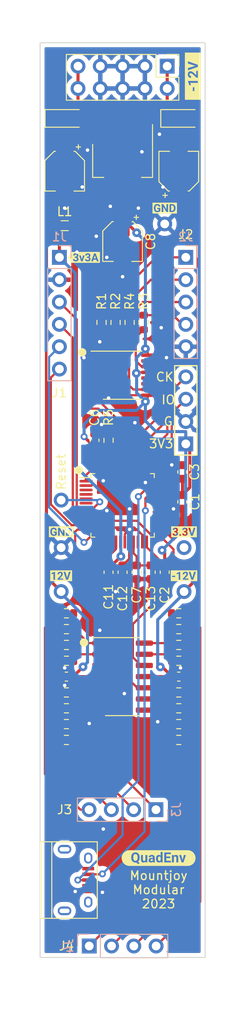
<source format=kicad_pcb>
(kicad_pcb (version 20211014) (generator pcbnew)
  (layers (0 "F.Cu" signal) (31 "B.Cu" signal) (34 "B.Paste" user) (35 "F.Paste" user) (36 "B.SilkS" user "B.Silkscreen") (37 "F.SilkS" user "F.Silkscreen") (38 "B.Mask" user) (39 "F.Mask" user) (44 "Edge.Cuts" user))
  (net 0 "")
  (net 1 "+3.3V")
  (net 2 "GND")
  (net 3 "+12V")
  (net 4 "-12V")
  (net 5 "/Gate1_In")
  (net 6 "/Gate2_In")
  (net 7 "/Gate3_In")
  (net 8 "/Gate4_In")
  (net 9 "/Led1_Out")
  (net 10 "/Led2_Out")
  (net 11 "/Led3_Out")
  (net 12 "/Led4_Out")
  (net 13 "/+12V_IN")
  (net 14 "/-12V_IN")
  (net 15 "Net-(R13-Pad2)")
  (net 16 "Net-(R10-Pad1)")
  (net 17 "Net-(R11-Pad1)")
  (net 18 "/Env1_Out")
  (net 19 "/Env2_Out")
  (net 20 "/Env3_Out")
  (net 21 "/Env4_Out")
  (net 22 "Net-(R12-Pad1)")
  (net 23 "Net-(R13-Pad1)")
  (net 24 "Net-(R14-Pad1)")
  (net 25 "Net-(R15-Pad1)")
  (net 26 "Net-(R16-Pad1)")
  (net 32 "/Env4_DAC")
  (net 33 "/Env1_DAC")
  (net 34 "/Env2_DAC")
  (net 35 "/Attack_Pot")
  (net 36 "/Decay_Pot")
  (net 39 "/Sustain_Pot")
  (net 40 "/Env3_DAC")
  (net 42 "/Release_Pot")
  (net 53 "/SWCLK")
  (net 54 "/SWIO")
  (net 55 "/USB_DM")
  (net 56 "/USB_DP")
  (net 58 "Net-(R1-Pad2)")
  (net 59 "Net-(R2-Pad2)")
  (net 60 "Net-(R3-Pad1)")
  (net 61 "Net-(R4-Pad1)")
  (net 62 "/Gate1")
  (net 63 "/Gate2")
  (net 64 "/Gate3")
  (net 65 "/Gate4")
  (net 66 "/BOOT0")
  (net 67 "+3.3VA")
  (net 73 "+3V3")
  (net 74 "/RESET")
  (footprint "Resistor_SMD:R_0603_1608Metric" (layer "F.Cu") (at 65.8 127.47)
    (fp_text reference "R22" hide)
    (fp_text value "1k")
  )
  (footprint "Custom_Footprints:1mm_Test_Point" (layer "F.Cu") (at 52.4 102)
    (fp_text reference "TP6" hide)
    (fp_text value "TestPoint")
  )
  (footprint "Capacitor_SMD:CP_Elec_4x5.8" (layer "F.Cu") (at 52.8 64.6 -90)
    (fp_text reference "C4" hide)
    (fp_text value "22uF")
  )
  (footprint "Capacitor_SMD:CP_Elec_4x5.8" (layer "F.Cu") (at 65.8 64.6 90)
    (fp_text reference "C5" hide)
    (fp_text value "22uF")
  )
  (footprint "Resistor_SMD:R_0603_1608Metric" (layer "F.Cu") (at 61.8 81.8 90)
    (fp_text reference "R3")
    (fp_text value "10k")
  )
  (footprint "Capacitor_SMD:C_0603_1608Metric" (layer "F.Cu") (at 57.8 110.2 90)
    (fp_text reference "C11")
    (fp_text value "1uF")
  )
  (footprint "Resistor_SMD:R_0603_1608Metric" (layer "F.Cu") (at 65.8 118.47)
    (fp_text reference "R16" hide)
    (fp_text value "4k7")
  )
  (footprint "Capacitor_SMD:C_0603_1608Metric" (layer "F.Cu") (at 61 110.2 -90)
    (fp_text reference "C7")
    (fp_text value "10nF")
  )
  (footprint "Package_SO:SOIC-14_3.9x8.7mm_P1.27mm" (layer "F.Cu") (at 59.4 122.07)
    (fp_text reference "U4" hide)
    (fp_text value "TL074")
  )
  (footprint "Resistor_SMD:R_0603_1608Metric" (layer "F.Cu") (at 60.2 81.8 90)
    (fp_text reference "R4")
    (fp_text value "10k")
  )
  (footprint "Resistor_SMD:R_0603_1608Metric" (layer "F.Cu") (at 53 120.27 180)
    (fp_text reference "R9" hide)
    (fp_text value "3k3")
  )
  (footprint "kibuzzard-6409FE57" (layer "F.Cu") (at 52.4 105.6)
    (fp_text reference "kibuzzard-6409FE57" hide)
    (fp_text value "G***" hide)
  )
  (footprint "Custom_Footprints:1mm_Test_Point" (layer "F.Cu") (at 52.4 107.4)
    (fp_text reference "TP5" hide)
    (fp_text value "TestPoint")
  )
  (footprint "Inductor_SMD:L_0805_2012Metric_Pad1.05x1.20mm_HandSolder" (layer "F.Cu") (at 52.8 70.8 180)
    (fp_text reference "L1")
    (fp_text value "L_Small")
  )
  (footprint "Capacitor_SMD:CP_Elec_4x5.8" (layer "F.Cu") (at 59.4 72.6 -90)
    (fp_text reference "C8")
    (fp_text value "22uF")
  )
  (footprint "Resistor_SMD:R_0603_1608Metric" (layer "F.Cu") (at 53 116.67 180)
    (fp_text reference "R17" hide)
    (fp_text value "1k")
  )
  (footprint "Resistor_SMD:R_0603_1608Metric" (layer "F.Cu") (at 57.8 95.2 -90)
    (fp_text reference "R5")
    (fp_text value "100k")
  )
  (footprint "Capacitor_SMD:C_0603_1608Metric" (layer "F.Cu") (at 66.2 98.8 90)
    (fp_text reference "C3")
    (fp_text value "100nF")
  )
  (footprint "Resistor_SMD:R_0603_1608Metric" (layer "F.Cu") (at 65.8 114.87)
    (fp_text reference "R24" hide)
    (fp_text value "1k")
  )
  (footprint "Resistor_SMD:R_0603_1608Metric" (layer "F.Cu") (at 65.8 123.87)
    (fp_text reference "R11" hide)
    (fp_text value "3k3")
  )
  (footprint "Capacitor_SMD:C_0603_1608Metric" (layer "F.Cu") (at 59.4 110.2 90)
    (fp_text reference "C12")
    (fp_text value "100nF")
  )
  (footprint "Diode_SMD:D_SOD-123" (layer "F.Cu") (at 52.8 58.6)
    (fp_text reference "D1" hide)
    (fp_text value "1N5819")
  )
  (footprint "Resistor_SMD:R_0603_1608Metric" (layer "F.Cu") (at 65.8 120.27)
    (fp_text reference "R12" hide)
    (fp_text value "3k3")
  )
  (footprint "Diode_SMD:D_SOD-123" (layer "F.Cu") (at 66 58.6)
    (fp_text reference "D2" hide)
    (fp_text value "1N5819")
  )
  (footprint "kibuzzard-6409FE57" (layer "F.Cu") (at 64.2 68.8)
    (fp_text reference "kibuzzard-6409FE57" hide)
    (fp_text value "G***" hide)
  )
  (footprint "kibuzzard-6409FE16" (layer "F.Cu") (at 66.4 110.6)
    (fp_text reference "kibuzzard-6409FE16" hide)
    (fp_text value "G***" hide)
  )
  (footprint "Custom_Footprints:1mm_Test_Point" (layer "F.Cu") (at 52.4 112.4)
    (fp_text reference "TP3" hide)
    (fp_text value "TestPoint")
  )
  (footprint "Resistor_SMD:R_0603_1608Metric" (layer "F.Cu") (at 53 123.87 180)
    (fp_text reference "R10" hide)
    (fp_text value "3k3")
  )
  (footprint "Package_TO_SOT_SMD:SOT-223-3_TabPin2" (layer "F.Cu") (at 59.4 63.4 -90)
    (fp_text reference "U2" hide)
    (fp_text value "LD1117-3.3-4Tab")
  )
  (footprint "Custom_Footprints:1mm_Test_Point" (layer "F.Cu") (at 66.4 107.4)
    (fp_text reference "TP2" hide)
    (fp_text value "TestPoint")
  )
  (footprint "Resistor_SMD:R_0603_1608Metric" (layer "F.Cu") (at 53 114.87 180)
    (fp_text reference "R18" hide)
    (fp_text value "1k")
  )
  (footprint "Connector_PinHeader_2.54mm:PinHeader_2x05_P2.54mm_Vertical" (layer "F.Cu") (at 64.48 52.66 -90)
    (fp_text reference "J6" hide)
    (fp_text value "Eurorack_10_pin_power")
  )
  (footprint "Capacitor_SMD:C_0603_1608Metric" (layer "F.Cu") (at 66.2 102.2 -90)
    (fp_text reference "C1")
    (fp_text value "4.7uF")
  )
  (footprint "Resistor_SMD:R_0603_1608Metric" (layer "F.Cu") (at 57 81.8 -90)
    (fp_text reference "R1")
    (fp_text value "10k")
  )
  (footprint "Custom_Footprints:USB_Micro-B_Amphenol" (layer "F.Cu") (at 54.135 145.2 -90)
    (fp_text reference "J7" hide)
    (fp_text value "USB_B_Micro")
  )
  (footprint "Capacitor_SMD:C_0603_1608Metric" (layer "F.Cu") (at 53 122.07)
    (fp_text reference "C9" hide)
    (fp_text value "1uF")
  )
  (footprint "kibuzzard-6409FE46" (layer "F.Cu") (at 52.4 110.6)
    (fp_text reference "kibuzzard-6409FE46" hide)
    (fp_text value "G***" hide)
  )
  (footprint "kibuzzard-640A0C12" (layer "F.Cu") (at 63.5 142.7)
    (fp_text reference "kibuzzard-640A0C12" hide)
    (fp_text value "G***" hide)
  )
  (footprint "kibuzzard-6409F893" (layer "F.Cu") (at 67.4 53.8 90)
    (fp_text reference "kibuzzard-6409F893" hide)
    (fp_text value "G***" hide)
  )
  (footprint "Capacitor_SMD:C_0603_1608Metric" (layer "F.Cu") (at 56.2 95.2 90)
    (fp_text reference "C6")
    (fp_text value "100nF")
  )
  (footprint "Package_SO:TSSOP-16_4.4x5mm_P0.65mm" (layer "F.Cu") (at 59.4 87.8)
    (fp_text reference "U3" hide)
    (fp_text value "CD40109B")
  )
  (footprint "kibuzzard-6409FE2B" (layer "F.Cu") (at 66.4 105.6)
    (fp_text reference "kibuzzard-6409FE2B" hide)
    (fp_text value "G***" hide)
  )
  (footprint "Resistor_SMD:R_0603_1608Metric" (layer "F.Cu") (at 53 118.47)
    (fp_text reference "R13" hide)
    (fp_text value "4k7")
  )
  (footprint "Capacitor_SMD:C_0603_1608Metric" (layer "F.Cu") (at 64.2 110.2 -90)
    (fp_text reference "C2")
    (fp_text value "100nF")
  )
  (footprint "kibuzzard-6409FEF9" (layer "F.Cu") (at 55 74.4)
    (fp_text reference "kibuzzard-6409FEF9" hide)
    (fp_text value "G***" hide)
  )
  (footprint "Resistor_SMD:R_0603_1608Metric" (layer "F.Cu") (at 53 125.67 180)
    (fp_text reference "R14" hide)
    (fp_text value "4k7")
  )
  (footprint "Resistor_SMD:R_0603_1608Metric" (layer "F.Cu") (at 53 129.27 180)
    (fp_text reference "R19" hide)
    (fp_text value "1k")
  )
  (footprint "Custom_Footprints:SWD_header" (layer "F.Cu") (at 66.6 95.61 90)
    (fp_text reference "J5" hide)
    (fp_text value "SWD_Header")
  )
  (footprint "Package_QFP:LQFP-48_7x7mm_P0.5mm" (layer "F.Cu") (at 59.4 102.6)
    (fp_text reference "U1" hide)
    (fp_text value "STM32G431C6T6")
  )
  (footprint "Resistor_SMD:R_0603_1608Metric" (layer "F.Cu") (at 58.6 81.8 -90)
    (fp_text reference "R2")
    (fp_text value "10k")
  )
  (footprint "Resistor_SMD:R_0603_1608Metric" (layer "F.Cu") (at 65.8 116.67)
    (fp_text reference "R23" hide)
    (fp_text value "1k")
  )
  (footprint "Resistor_SMD:R_0603_1608Metric" (layer "F.Cu") (at 53 127.47 180)
    (fp_text reference "R20" hide)
    (fp_text value "1k")
  )
  (footprint "Resistor_SMD:R_0603_1608Metric" (layer "F.Cu") (at 65.8 129.27)
    (fp_text reference "R21" hide)
    (fp_text value "1k")
  )
  (footprint "Custom_Footprints:1mm_Test_Point" (layer "F.Cu") (at 64.2 70.6)
    (fp_text reference "TP1" hide)
    (fp_text value "TestPoint")
  )
  (footprint "Capacitor_SMD:C_0603_1608Metric" (layer "F.Cu") (at 65.8 122.07 180)
    (fp_text reference "C10" hide)
    (fp_text value "1uF")
  )
  (footprint "Custom_Footprints:1mm_Test_Point" (layer "F.Cu") (at 66.4 112.4)
    (fp_text reference "TP4" hide)
    (fp_text value "TestPoint")
  )
  (footprint "Capacitor_SMD:C_0603_1608Metric" (layer "F.Cu") (at 62.6 110.2 90)
    (fp_text reference "C13")
    (fp_text value "1uF")
  )
  (footprint "Resistor_SMD:R_0603_1608Metric" (layer "F.Cu") (at 65.8 125.67)
    (fp_text reference "R15" hide)
    (fp_text value "4k7")
  )
  (footprint "Connector_PinHeader_2.54mm:PinHeader_1x06_P2.54mm_Vertical" (layer "B.Cu") (at 52.2 74.4 180)
    (fp_text reference "J1")
    (fp_text value "Conn_01x04_Male")
  )
  (footprint "Connector_PinHeader_2.54mm:PinHeader_1x04_P2.54mm_Vertical" (layer "B.Cu") (at 55.6 152.7 -90)
    (fp_text reference "J4")
    (fp_text value "Conn_01x04_Male")
  )
  (footprint "Connector_PinHeader_2.54mm:PinHeader_1x05_P2.54mm_Vertical" (layer "B.Cu") (at 66.6 74.4 180)
    (fp_text reference "J2")
    (fp_text value "Conn_01x05_Male")
  )
  (footprint "Connector_PinHeader_2.54mm:PinHeader_1x04_P2.54mm_Vertical" (layer "B.Cu") (at 63.2 137.2 90)
    (fp_text reference "J3")
    (fp_text value "Conn_01x04_Male")
  )
  (gr_circle (center 54.8 85.2) (end 55.2 85.2) (layer "F.SilkS") (width 0.15) (fill solid))
  (gr_circle (center 55 118.2) (end 55.4 118.2) (layer "F.SilkS") (width 0.15) (fill solid))
  (gr_circle (center 54.4 98.6) (end 54.8 98.6) (layer "F.SilkS") (width 0.15) (fill solid))
  (gr_rect (start 50 50) (end 68.8 154) (layer "Edge.Cuts") (width 0.1) (fill none))
  (gr_text "J4" (at 53 152.7) (layer "F.SilkS") (effects (font (size 1 1))))
  (gr_text "Mountjoy\nModular\n2023" (at 63.5 146.3) (layer "F.SilkS") (effects (font (size 1 1))))
  (gr_text "J1" (at 52.2 89.8) (layer "F.SilkS") (effects (font (size 1 1))))
  (gr_text "J3" (at 52.8 137.2) (layer "F.SilkS") (effects (font (size 1 1))))
  (gr_text "J2" (at 66.6 71.8) (layer "F.SilkS") (effects (font (size 1 1))))
  (segment (start 59.225 89.425) (end 56.5375 89.425) (width 0.25) (layer "F.Cu") (net 1))
  (segment (start 59.4 70.8) (end 60.2 70.8) (width 0.35) (layer "F.Cu") (net 1))
  (segment (start 64.2 109.4) (end 64.2 109.425) (width 0.25) (layer "F.Cu") (net 1))
  (segment (start 56.5375 85.525) (end 56.5375 86.175) (width 0.35) (layer "F.Cu") (net 1))
  (segment (start 67.05 100.575) (end 66.2 101.425) (width 0.35) (layer "F.Cu") (net 1))
  (segment (start 62.2625 90.5375) (end 62 90.8) (width 0.25) (layer "F.Cu") (net 1))
  (segment (start 53.95 70.8) (end 59.4 70.8) (width 0.35) (layer "F.Cu") (net 1))
  (segment (start 59.4 66.55) (end 59.4 70.8) (width 0.35) (layer "F.Cu") (net 1))
  (segment (start 62.2625 90.075) (end 62.2625 90.5375) (width 0.25) (layer "F.Cu") (net 1))
  (segment (start 64.2 109.425) (end 64.2 108) (width 0.35) (layer "F.Cu") (net 1))
  (segment (start 55.2 99.8125) (end 55.2 99.2) (width 0.25) (layer "F.Cu") (net 1))
  (segment (start 55.2375 99.85) (end 55.2 99.8125) (width 0.25) (layer "F.Cu") (net 1))
  (segment (start 55 75.2) (end 55 83.9875) (width 0.35) (layer "F.Cu") (net 1))
  (segment (start 55.2 99.2) (end 55.9625 98.4375) (width 0.25) (layer "F.Cu") (net 1))
  (segment (start 59.875 90.075) (end 59.225 89.425) (width 0.25) (layer "F.Cu") (net 1))
  (segment (start 62.2625 85.525) (end 62.2625 85.0625) (width 0.25) (layer "F.Cu") (net 1))
  (segment (start 62.2625 87.475) (end 61.064305 87.475) (width 0.25) (layer "F.Cu") (net 1))
  (segment (start 55.0125 94.7875) (end 56.2 95.975) (width 0.35) (layer "F.Cu") (net 1))
  (segment (start 64.2 108) (end 63.9 107.7) (width 0.35) (layer "F.Cu") (net 1))
  (segment (start 62.2625 85.0625) (end 62 84.8) (width 0.25) (layer "F.Cu") (net 1))
  (segment (start 56.65 98.4375) (end 56.65 96.425) (width 0.25) (layer "F.Cu") (net 1))
  (segment (start 66.175 99.85) (end 66.225 99.8) (width 0.25) (layer "F.Cu") (net 1))
  (segment (start 59.4 70.8) (end 55 75.2) (width 0.35) (layer "F.Cu") (net 1))
  (segment (start 59.4 60.25) (end 59.4 66.55) (width 0.35) (layer "F.Cu") (net 1))
  (segment (start 63.5625 99.85) (end 66.175 99.85) (width 0.25) (layer "F.Cu") (net 1))
  (segment (start 62.15 107.35) (end 64.2 109.4) (width 0.25) (layer "F.Cu") (net 1))
  (segment (start 61.064305 87.475) (end 60.963872 87.575433) (width 0.25) (layer "F.Cu") (net 1))
  (segment (start 55 83.9875) (end 56.5375 85.525) (width 0.35) (layer "F.Cu") (net 1))
  (segment (start 67.05 96.06) (end 67.05 100.575) (width 0.35) (layer "F.Cu") (net 1))
  (segment (start 66.225 101.4) (end 66.225 99.8) (width 0.35) (layer "F.Cu") (net 1))
  (segment (start 66.6 95.61) (end 67.05 96.06) (width 0.35) (layer "F.Cu") (net 1))
  (segment (start 56.65 96.425) (end 56.2 95.975) (width 0.25) (layer "F.Cu") (net 1))
  (segment (start 62.2625 90.075) (end 59.875 90.075) (width 0.25) (layer "F.Cu") (net 1))
  (segment (start 55.9625 98.4375) (end 56.65 98.4375) (width 0.25) (layer "F.Cu") (net 1))
  (segment (start 60.2 70.8) (end 61 71.6) (width 0.35) (layer "F.Cu") (net 1))
  (segment (start 62.15 106.7625) (end 62.15 107.35) (width 0.25) (layer "F.Cu") (net 1))
  (via (at 63.9 107.7) (size 1) (drill 0.4) (layers "F.Cu" "B.Cu") (net 1))
  (via (at 62 84.8) (size 1) (drill 0.4) (layers "F.Cu" "B.Cu") (net 1))
  (via (at 62 90.8) (size 1) (drill 0.4) (layers "F.Cu" "B.Cu") (net 1))
  (via (at 61 71.6) (size 1) (drill 0.4) (layers "F.Cu" "B.Cu") (net 1))
  (via (at 60.963872 87.575433) (size 1) (drill 0.4) (layers "F.Cu" "B.Cu") (net 1))
  (via (at 55.0125 94.7875) (size 0.8) (drill 0.4) (layers "F.Cu" "B.Cu") (net 1))
  (segment (start 55.0125 94.7875) (end 55.0125 93.3875) (width 0.35) (layer "B.Cu") (net 1))
  (segment (start 62 84.8) (end 61 85.8) (width 0.35) (layer "B.Cu") (net 1))
  (segment (start 66.6 105) (end 63.9 107.7) (width 0.35) (layer "B.Cu") (net 1))
  (segment (start 56.6 91.8) (end 61 91.8) (width 0.35) (layer "B.Cu") (net 1))
  (segment (start 62 93) (end 63.21 94.21) (width 0.35) (layer "B.Cu") (net 1))
  (segment (start 66.6 94.21) (end 66.6 105) (width 0.35) (layer "B.Cu") (net 1))
  (segment (start 61 85.8) (end 61 89.8) (width 0.35) (layer "B.Cu") (net 1))
  (segment (start 61 71.6) (end 62 72.6) (width 0.35) (layer "B.Cu") (net 1))
  (segment (start 63.21 94.21) (end 66.6 94.21) (width 0.35) (layer "B.Cu") (net 1))
  (segment (start 55.0125 93.3875) (end 56.6 91.8) (width 0.35) (layer "B.Cu") (net 1))
  (segment (start 62 90.8) (end 62 93) (width 0.35) (layer "B.Cu") (net 1))
  (segment (start 61 91.8) (end 62 90.8) (width 0.35) (layer "B.Cu") (net 1))
  (segment (start 62 72.6) (end 62 84.8) (width 0.35) (layer "B.Cu") (net 1))
  (segment (start 61 89.8) (end 62 90.8) (width 0.35) (layer "B.Cu") (net 1))
  (segment (start 57.15 99.75) (end 57.2 99.8) (width 0.25) (layer "F.Cu") (net 2))
  (segment (start 59.65 106.7625) (end 59.65 105.8755) (width 0.25) (layer "F.Cu") (net 2))
  (segment (start 57.15 98.4375) (end 57.15 99.75) (width 0.25) (layer "F.Cu") (net 2))
  (segment (start 61.65 106.7625) (end 61.65 105.959315) (width 0.25) (layer "F.Cu") (net 2))
  (segment (start 56.5375 90.075) (end 57.475 90.075) (width 0.25) (layer "F.Cu") (net 2))
  (segment (start 61.65 105.959315) (end 61.016185 105.3255) (width 0.25) (layer "F.Cu") (net 2))
  (segment (start 57 146.5) (end 57.1 146.6) (width 0.35) (layer "F.Cu") (net 2))
  (segment (start 55.485 146.5) (end 57 146.5) (width 0.35) (layer "F.Cu") (net 2))
  (segment (start 62.35 100.35) (end 62 100) (width 0.25) (layer "F.Cu") (net 2))
  (segment (start 57.475 90.075) (end 57.8 90.4) (width 0.25) (layer "F.Cu") (net 2))
  (segment (start 63.5625 100.35) (end 62.35 100.35) (width 0.25) (layer "F.Cu") (net 2))
  (segment (start 61.016185 105.3255) (end 60.2 105.3255) (width 0.25) (layer "F.Cu") (net 2))
  (segment (start 59.65 105.8755) (end 60.2 105.3255) (width 0.25) (layer "F.Cu") (net 2))
  (via (at 60.2 103) (size 0.8) (drill 0.4) (layers "F.Cu" "B.Cu") (net 2))
  (via (at 59.4 76.6) (size 0.8) (drill 0.4) (layers "F.Cu" "B.Cu") (net 2))
  (via (at 66 121.07) (size 0.8) (drill 0.4) (layers "F.Cu" "B.Cu") (net 2))
  (via (at 58.6 112.4) (size 0.8) (drill 0.4) (layers "F.Cu" "B.Cu") (net 2))
  (via (at 54 146.5) (size 0.8) (drill 0.4) (layers "F.Cu" "B.Cu") (net 2))
  (via (at 60.2 105.3255) (size 1) (drill 0.4) (layers "F.Cu" "B.Cu") (net 2))
  (via (at 56.8 84) (size 0.8) (drill 0.4) (layers "F.Cu" "B.Cu") (net 2))
  (via (at 63.6 60.4) (size 0.8) (drill 0.4) (layers "F.Cu" "B.Cu") (net 2))
  (via (at 57.2 139.4) (size 0.8) (drill 0.4) (layers "F.Cu" "B.Cu") (net 2))
  (via (at 57.6 103.2) (size 0.8) (drill 0.4) (layers "F.Cu" "B.Cu") (net 2))
  (via (at 56.8 116.8) (size 0.8) (drill 0.4) (layers "F.Cu" "B.Cu") (net 2))
  (via (at 65.2 103) (size 0.8) (drill 0.4) (layers "F.Cu" "B.Cu") (net 2))
  (via (at 52.8 121.07) (size 0.8) (drill 0.4) (layers "F.Cu" "B.Cu") (net 2))
  (via (at 54.8 66.4) (size 0.8) (drill 0.4) (layers "F.Cu" "B.Cu") (net 2))
  (via (at 56.4 72) (size 0.8) (drill 0.4) (layers "F.Cu" "B.Cu") (net 2))
  (via (at 54.2 73.8) (size 0.8) (drill 0.4) (layers "F.Cu" "B.Cu") (net 2))
  (via (at 57.1 146.6) (size 0.8) (drill 0.4) (layers "F.Cu" "B.Cu") (net 2))
  (via (at 63.4 127.2) (size 0.8) (drill 0.4) (layers "F.Cu" "B.Cu") (net 2))
  (via (at 55 85.8) (size 0.8) (drill 0.4) (layers "F.Cu" "B.Cu") (net 2))
  (via (at 62 100) (size 1) (drill 0.4) (layers "F.Cu" "B.Cu") (net 2))
  (via (at 57.2 99.8) (size 0.8) (drill 0.4) (layers "F.Cu" "B.Cu") (net 2))
  (via (at 63.8 82.4) (size 0.8) (drill 0.4) (layers "F.Cu" "B.Cu") (net 2))
  (via (at 60.8 93.2) (size 0.8) (drill 0.4) (layers "F.Cu" "B.Cu") (net 2))
  (via (at 59.6 124) (size 0.8) (drill 0.4) (layers "F.Cu" "B.Cu") (net 2))
  (via (at 57.6 74.4) (size 0.8) (drill 0.4) (layers "F.Cu" "B.Cu") (net 2))
  (via (at 64.4 85.8) (size 0.8) (drill 0.4) (layers "F.Cu" "B.Cu") (net 2))
  (via (at 61.6 62.4) (size 0.8) (drill 0.4) (layers "F.Cu" "B.Cu") (net 2))
  (via (at 58 68.6) (size 0.8) (drill 0.4) (layers "F.Cu" "B.Cu") (net 2))
  (via (at 52.8 68.8) (size 0.8) (drill 0.4) (layers "F.Cu" "B.Cu") (net 2))
  (via (at 52.8 123.07) (size 0.8) (drill 0.4) (layers "F.Cu" "B.Cu") (net 2))
  (via (at 55.6 127.4) (size 0.8) (drill 0.4) (layers "F.Cu" "B.Cu") (net 2))
  (via (at 64 66.4) (size 0.8) (drill 0.4) (layers "F.Cu" "B.Cu") (net 2))
  (via (at 57.8 90.4) (size 0.8) (drill 0.4) (layers "F.Cu" "B.Cu") (net 2))
  (via (at 57 93.4) (size 0.8) (drill 0.4) (layers "F.Cu" "B.Cu") (net 2))
  (via (at 55.4 62.2) (size 0.8) (drill 0.4) (layers "F.Cu" "B.Cu") (net 2))
  (via (at 65 98) (size 0.8) (drill 0.4) (layers "F.Cu" "B.Cu") (net 2))
  (via (at 61.2 68.8) (size 0.8) (drill 0.4) (layers "F.Cu" "B.Cu") (net 2))
  (segment (start 53.775 122.07) (end 56.925 122.07) (width 0.35) (layer "F.Cu") (net 3))
  (segment (start 55.35 60.25) (end 52.8 62.8) (width 0.35) (layer "F.Cu") (net 3))
  (segment (start 52.2 58.6) (end 52.8 59.2) (width 0.35) (layer "F.Cu") (net 3))
  (segment (start 52.8 59.2) (end 52.8 62.8) (width 0.35) (layer "F.Cu") (net 3))
  (segment (start 50.725499 110.725499) (end 52.4 112.4) (width 0.35) (layer "F.Cu") (net 3))
  (segment (start 57.1 60.25) (end 55.35 60.25) (width 0.35) (layer "F.Cu") (net 3))
  (segment (start 51.15 58.6) (end 52.2 58.6) (width 0.35) (layer "F.Cu") (net 3))
  (segment (start 50.725499 64.874501) (end 50.725499 110.725499) (width 0.35) (layer "F.Cu") (net 3))
  (segment (start 53.775 122.07) (end 54.8875 120.9575) (width 0.35) (layer "F.Cu") (net 3))
  (segment (start 52.8 62.8) (end 50.725499 64.874501) (width 0.35) (layer "F.Cu") (net 3))
  (via (at 54.8875 120.9575) (size 1) (drill 0.4) (layers "F.Cu" "B.Cu") (net 3))
  (segment (start 54.8875 120.9575) (end 55.4 120.445) (width 0.35) (layer "B.Cu") (net 3))
  (segment (start 55.4 115.6) (end 52.4 112.6) (width 0.35) (layer "B.Cu") (net 3))
  (segment (start 52.4 112.6) (end 52.4 112.4) (width 0.35) (layer "B.Cu") (net 3))
  (segment (start 55.4 120.445) (end 55.4 115.6) (width 0.35) (layer "B.Cu") (net 3))
  (segment (start 65.025 122.07) (end 63.925 120.97) (width 0.35) (layer "F.Cu") (net 4))
  (segment (start 68 65) (end 65.8 62.8) (width 0.35) (layer "F.Cu") (net 4))
  (segment (start 66.4 112.4) (end 68 110.8) (width 0.35) (layer "F.Cu") (net 4))
  (segment (start 68 110.8) (end 68 65) (width 0.35) (layer "F.Cu") (net 4))
  (segment (start 67.65 58.6) (end 66.8 58.6) (width 0.35) (layer "F.Cu") (net 4))
  (segment (start 65.8 59.6) (end 65.8 62.8) (width 0.35) (layer "F.Cu") (net 4))
  (segment (start 63.925 120.97) (end 63.7 120.97) (width 0.35) (layer "F.Cu") (net 4))
  (segment (start 65.025 122.07) (end 61.875 122.07) (width 0.35) (layer "F.Cu") (net 4))
  (segment (start 66.8 58.6) (end 65.8 59.6) (width 0.35) (layer "F.Cu") (net 4))
  (via (at 63.7 120.97) (size 1) (drill 0.4) (layers "F.Cu" "B.Cu") (net 4))
  (segment (start 66.4 112.4) (end 66.4 112.6) (width 0.35) (layer "B.Cu") (net 4))
  (segment (start 63.4 115.6) (end 63.4 120.67) (width 0.35) (layer "B.Cu") (net 4))
  (segment (start 66.4 112.6) (end 63.4 115.6) (width 0.35) (layer "B.Cu") (net 4))
  (segment (start 63.4 120.67) (end 63.7 120.97) (width 0.35) (layer "B.Cu") (net 4))
  (segment (start 57 80.6) (end 57 80.975) (width 0.25) (layer "F.Cu") (net 5))
  (segment (start 66.2 74.4) (end 63.2 74.4) (width 0.25) (layer "F.Cu") (net 5))
  (segment (start 63.2 74.4) (end 57 80.6) (width 0.25) (layer "F.Cu") (net 5))
  (segment (start 62.635 76.94) (end 58.6 80.975) (width 0.25) (layer "F.Cu") (net 6))
  (segment (start 66.2 76.94) (end 62.635 76.94) (width 0.25) (layer "F.Cu") (net 6))
  (segment (start 66.2 79.48) (end 61.695 79.48) (width 0.25) (layer "F.Cu") (net 7))
  (segment (start 61.695 79.48) (end 60.2 80.975) (width 0.25) (layer "F.Cu") (net 7))
  (segment (start 65.155 80.975) (end 61.8 80.975) (width 0.25) (layer "F.Cu") (net 8))
  (segment (start 66.2 82.02) (end 65.155 80.975) (width 0.25) (layer "F.Cu") (net 8))
  (segment (start 52.175 116.67) (end 51.000499 117.844501) (width 0.25) (layer "F.Cu") (net 9))
  (segment (start 56.32 135.4) (end 58.12 137.2) (width 0.25) (layer "F.Cu") (net 9))
  (segment (start 51.000499 131.800499) (end 54.6 135.4) (width 0.25) (layer "F.Cu") (net 9))
  (segment (start 51.000499 117.844501) (end 51.000499 131.800499) (width 0.25) (layer "F.Cu") (net 9))
  (segment (start 54.6 135.4) (end 56.32 135.4) (width 0.25) (layer "F.Cu") (net 9))
  (segment (start 58.7 132.7) (end 63.2 137.2) (width 0.25) (layer "F.Cu") (net 10))
  (segment (start 55.605 132.7) (end 58.7 132.7) (width 0.25) (layer "F.Cu") (net 10))
  (segment (start 52.175 129.27) (end 55.605 132.7) (width 0.25) (layer "F.Cu") (net 10))
  (segment (start 66.625 129.27) (end 65 130.895) (width 0.25) (layer "F.Cu") (net 11))
  (segment (start 65 130.895) (end 65 143.3) (width 0.25) (layer "F.Cu") (net 11))
  (segment (start 65 143.3) (end 55.6 152.7) (width 0.25) (layer "F.Cu") (net 11))
  (segment (start 67.799501 117.844501) (end 66.625 116.67) (width 0.25) (layer "F.Cu") (net 12))
  (segment (start 60.68 152.7) (end 67.799501 145.580499) (width 0.25) (layer "F.Cu") (net 12))
  (segment (start 67.799501 145.580499) (end 67.799501 117.844501) (width 0.25) (layer "F.Cu") (net 12))
  (segment (start 54.32 55.2) (end 54.32 58.47) (width 0.35) (layer "F.Cu") (net 13))
  (segment (start 54.32 58.47) (end 54.45 58.6) (width 0.35) (layer "F.Cu") (net 13))
  (segment (start 54.32 52.66) (end 54.32 55.2) (width 0.35) (layer "F.Cu") (net 13))
  (segment (start 64.48 52.66) (end 64.48 55.2) (width 0.35) (layer "F.Cu") (net 14))
  (segment (start 64.48 58.47) (end 64.35 58.6) (width 0.35) (layer "F.Cu") (net 14))
  (segment (start 64.48 55.2) (end 64.48 58.47) (width 0.35) (layer "F.Cu") (net 14))
  (segment (start 53.9125 118.47) (end 53.9125 120.27) (width 0.25) (layer "F.Cu") (net 15))
  (segment (start 53.9125 120.27) (end 54.6525 119.53) (width 0.25) (layer "F.Cu") (net 15))
  (segment (start 54.6525 119.53) (end 56.925 119.53) (width 0.25) (layer "F.Cu") (net 15))
  (segment (start 53.9125 123.87) (end 52.1125 125.67) (width 0.25) (layer "F.Cu") (net 16))
  (segment (start 56.925 124.61) (end 54.6525 124.61) (width 0.25) (layer "F.Cu") (net 16))
  (segment (start 54.6525 124.61) (end 53.9125 123.87) (width 0.25) (layer "F.Cu") (net 16))
  (segment (start 64.1475 124.61) (end 64.8875 123.87) (width 0.25) (layer "F.Cu") (net 17))
  (segment (start 61.875 124.61) (end 64.1475 124.61) (width 0.25) (layer "F.Cu") (net 17))
  (segment (start 66.6875 125.67) (end 64.8875 123.87) (width 0.25) (layer "F.Cu") (net 17))
  (segment (start 52.175 114.87) (end 50.550998 116.494002) (width 0.25) (layer "F.Cu") (net 18))
  (segment (start 50.550998 133.150998) (end 54.6 137.2) (width 0.25) (layer "F.Cu") (net 18))
  (segment (start 50.550998 116.494002) (end 50.550998 133.150998) (width 0.25) (layer "F.Cu") (net 18))
  (segment (start 54.6 137.2) (end 55.58 137.2) (width 0.25) (layer "F.Cu") (net 18))
  (segment (start 52.175 127.47) (end 51.45 128.195) (width 0.25) (layer "F.Cu") (net 19))
  (segment (start 54.7 133.8) (end 57.26 133.8) (width 0.25) (layer "F.Cu") (net 19))
  (segment (start 51.45 130.55) (end 54.7 133.8) (width 0.25) (layer "F.Cu") (net 19))
  (segment (start 57.26 133.8) (end 60.66 137.2) (width 0.25) (layer "F.Cu") (net 19))
  (segment (start 51.45 128.195) (end 51.45 130.55) (width 0.25) (layer "F.Cu") (net 19))
  (segment (start 66.1 131.5) (end 66.1 144.74) (width 0.25) (layer "F.Cu") (net 20))
  (segment (start 66.1 144.74) (end 58.14 152.7) (width 0.25) (layer "F.Cu") (net 20))
  (segment (start 67.35 128.195) (end 67.35 130.25) (width 0.25) (layer "F.Cu") (net 20))
  (segment (start 67.35 130.25) (end 66.1 131.5) (width 0.25) (layer "F.Cu") (net 20))
  (segment (start 66.625 127.47) (end 67.35 128.195) (width 0.25) (layer "F.Cu") (net 20))
  (segment (start 68.249002 147.670998) (end 63.22 152.7) (width 0.25) (layer "F.Cu") (net 21))
  (segment (start 68.249002 116.494002) (end 68.249002 147.670998) (width 0.25) (layer "F.Cu") (net 21))
  (segment (start 66.625 114.87) (end 68.249002 116.494002) (width 0.25) (layer "F.Cu") (net 21))
  (segment (start 61.875 119.53) (end 64.1475 119.53) (width 0.25) (layer "F.Cu") (net 22))
  (segment (start 64.1475 119.53) (end 64.8875 120.27) (width 0.25) (layer "F.Cu") (net 22))
  (segment (start 66.6875 118.47) (end 64.8875 120.27) (width 0.25) (layer "F.Cu") (net 22))
  (segment (start 55.5025 118.26) (end 53.9125 116.67) (width 0.25) (layer "F.Cu") (net 23))
  (segment (start 53.9125 114.87) (end 53.9125 116.67) (width 0.25) (layer "F.Cu") (net 23))
  (segment (start 56.925 118.26) (end 55.5025 118.26) (width 0.25) (layer "F.Cu") (net 23))
  (segment (start 52.1125 118.47) (end 53.9125 116.67) (width 0.25) (layer "F.Cu") (net 23))
  (segment (start 53.9125 127.47) (end 53.9125 125.67) (width 0.25) (layer "F.Cu") (net 24))
  (segment (start 56.925 125.88) (end 54.1225 125.88) (width 0.25) (layer "F.Cu") (net 24))
  (segment (start 54.1225 125.88) (end 53.9125 125.67) (width 0.25) (layer "F.Cu") (net 24))
  (segment (start 53.9125 129.27) (end 53.9125 127.47) (width 0.25) (layer "F.Cu") (net 24))
  (segment (start 64.6775 125.88) (end 64.8875 125.67) (width 0.25) (layer "F.Cu") (net 25))
  (segment (start 61.875 125.88) (end 64.6775 125.88) (width 0.25) (layer "F.Cu") (net 25))
  (segment (start 64.8875 129.27) (end 64.8875 127.47) (width 0.25) (layer "F.Cu") (net 25))
  (segment (start 64.8875 125.67) (end 64.8875 127.47) (width 0.25) (layer "F.Cu") (net 25))
  (segment (start 64.8875 116.67) (end 64.8875 118.47) (width 0.25) (layer "F.Cu") (net 26))
  (segment (start 61.875 118.26) (end 64.6775 118.26) (width 0.25) (layer "F.Cu") (net 26))
  (segment (start 64.8875 114.87) (end 64.8875 116.67) (width 0.25) (layer "F.Cu") (net 26))
  (segment (start 64.6775 118.26) (end 64.8875 118.47) (width 0.25) (layer "F.Cu") (net 26))
  (segment (start 55.2375 104.35) (end 61.040685 104.35) (width 0.25) (layer "F.Cu") (net 32))
  (segment (start 62.625 105.934315) (end 62.625 106.025) (width 0.25) (layer "F.Cu") (net 32))
  (segment (start 60.575 116.095) (end 60.575 119.876751) (width 0.25) (layer "F.Cu") (net 32))
  (segment (start 64 106.4) (end 65.2 107.6) (width 0.25) (layer "F.Cu") (net 32))
  (segment (start 65.2 107.6) (end 65.2 111.47) (width 0.25) (layer "F.Cu") (net 32))
  (segment (start 65.2 111.47) (end 60.575 116.095) (width 0.25) (layer "F.Cu") (net 32))
  (segment (start 63 106.4) (end 64 106.4) (width 0.25) (layer "F.Cu") (net 32))
  (segment (start 62.625 106.025) (end 63 106.4) (width 0.25) (layer "F.Cu") (net 32))
  (segment (start 61.040685 104.35) (end 62.625 105.934315) (width 0.25) (layer "F.Cu") (net 32))
  (segment (start 61.498249 120.8) (end 61.875 120.8) (width 0.25) (layer "F.Cu") (net 32))
  (segment (start 60.575 119.876751) (end 61.498249 120.8) (width 0.25) (layer "F.Cu") (net 32))
  (segment (start 55.2375 105.35) (end 54.25 105.35) (width 0.25) (layer "F.Cu") (net 33))
  (segment (start 58.6 116.4) (end 58.6 120.27) (width 0.25) (layer "F.Cu") (net 33))
  (segment (start 58.07 120.8) (end 56.925 120.8) (width 0.25) (layer "F.Cu") (net 33))
  (segment (start 54 105.6) (end 54 111.8) (width 0.25) (layer "F.Cu") (net 33))
  (segment (start 58.6 120.27) (end 58.07 120.8) (width 0.25) (layer "F.Cu") (net 33))
  (segment (start 54 111.8) (end 58.6 116.4) (width 0.25) (layer "F.Cu") (net 33))
  (segment (start 54.25 105.35) (end 54 105.6) (width 0.25) (layer "F.Cu") (net 33))
  (segment (start 58.13 123.34) (end 59.2 122.27) (width 0.25) (layer "F.Cu") (net 34))
  (segment (start 55.6 107.8125) (end 56.65 106.7625) (width 0.25) (layer "F.Cu") (net 34))
  (segment (start 55.6 112.2) (end 55.6 107.8125) (width 0.25) (layer "F.Cu") (net 34))
  (segment (start 59.2 115.8) (end 55.6 112.2) (width 0.25) (layer "F.Cu") (net 34))
  (segment (start 56.925 123.34) (end 58.13 123.34) (width 0.25) (layer "F.Cu") (net 34))
  (segment (start 59.2 122.27) (end 59.2 115.8) (width 0.25) (layer "F.Cu") (net 34))
  (segment (start 54.35 103.35) (end 54.175 103.175) (width 0.25) (layer "F.Cu") (net 35))
  (segment (start 54.175 103.175) (end 54.175 81.455) (width 0.25) (layer "F.Cu") (net 35))
  (segment (start 55.2375 103.35) (end 54.35 103.35) (width 0.25) (layer "F.Cu") (net 35))
  (segment (start 54.175 81.455) (end 52.2 79.48) (width 0.25) (layer "F.Cu") (net 35))
  (segment (start 53.725499 103.361189) (end 53.725499 83.545499) (width 0.25) (layer "F.Cu") (net 36))
  (segment (start 53.725499 83.545499) (end 52.2 82.02) (width 0.25) (layer "F.Cu") (net 36))
  (segment (start 55.2375 103.85) (end 54.21431 103.85) (width 0.25) (layer "F.Cu") (net 36))
  (segment (start 54.21431 103.85) (end 53.725499 103.361189) (width 0.25) (layer "F.Cu") (net 36))
  (segment (start 51.225 88.075) (end 51.225 102.486701) (width 0.25) (layer "F.Cu") (net 39))
  (segment (start 51.225 102.486701) (end 53.588299 104.85) (width 0.25) (layer "F.Cu") (net 39))
  (segment (start 52.2 87.1) (end 51.225 88.075) (width 0.25) (layer "F.Cu") (net 39))
  (segment (start 53.588299 104.85) (end 55.2375 104.85) (width 0.25) (layer "F.Cu") (net 39))
  (segment (start 58.65 106.7625) (end 58.65 107.565685) (width 0.25) (layer "F.Cu") (net 40))
  (segment (start 58.65 107.565685) (end 58.215685 108) (width 0.25) (layer "F.Cu") (net 40))
  (segment (start 58.215685 108) (end 57.2 108) (width 0.25) (layer "F.Cu") (net 40))
  (segment (start 57.2 108) (end 56.4 108.8) (width 0.25) (layer "F.Cu") (net 40))
  (segment (start 56.4 112) (end 59.8 115.4) (width 0.25) (layer "F.Cu") (net 40))
  (segment (start 59.8 115.4) (end 59.8 122.07) (width 0.25) (layer "F.Cu") (net 40))
  (segment (start 61.07 123.34) (end 61.875 123.34) (width 0.25) (layer "F.Cu") (net 40))
  (segment (start 56.4 108.8) (end 56.4 112) (width 0.25) (layer "F.Cu") (net 40))
  (segment (start 59.8 122.07) (end 61.07 123.34) (width 0.25) (layer "F.Cu") (net 40))
  (segment (start 57.8 105.4) (end 56.490685 105.4) (width 0.25) (layer "F.Cu") (net 42))
  (segment (start 55.090685 106.8) (end 55 106.8) (width 0.25) (layer "F.Cu") (net 42))
  (segment (start 56.490685 105.4) (end 55.090685 106.8) (width 0.25) (layer "F.Cu") (net 42))
  (segment (start 58.15 105.75) (end 57.8 105.4) (width 0.25) (layer "F.Cu") (net 42))
  (segment (start 58.15 106.7625) (end 58.15 105.75) (width 0.25) (layer "F.Cu") (net 42))
  (via (at 55 106.8) (size 0.8) (drill 0.4) (layers "F.Cu" "B.Cu") (net 42))
  (segment (start 55 106.8) (end 51.025 102.825) (width 0.25) (layer "B.Cu") (net 42))
  (segment (start 51.025 102.825) (end 51.025 90.815) (width 0.25) (layer "B.Cu") (net 42))
  (segment (start 51.025 90.815) (end 51.025 85.735) (width 0.25) (layer "B.Cu") (net 42))
  (segment (start 51.025 85.735) (end 52.2 84.56) (width 0.25) (layer "B.Cu") (net 42))
  (segment (start 66.6 87.99) (end 64.5 90.09) (width 0.25) (layer "F.Cu") (net 53))
  (segment (start 61.65 97.35) (end 61.65 98.4375) (width 0.25) (layer "F.Cu") (net 53))
  (segment (start 64.5 94.5) (end 61.65 97.35) (width 0.25) (layer "F.Cu") (net 53))
  (segment (start 64.5 90.09) (end 64.5 94.5) (width 0.25) (layer "F.Cu") (net 53))
  (segment (start 62.1625 98.4375) (end 65 95.6) (width 0.25) (layer "F.Cu") (net 54))
  (segment (start 65 95.6) (end 65 92.13) (width 0.25) (layer "F.Cu") (net 54))
  (segment (start 62.15 98.4375) (end 62.1625 98.4375) (width 0.25) (layer "F.Cu") (net 54))
  (segment (start 65 92.13) (end 66.6 90.53) (width 0.25) (layer "F.Cu") (net 54))
  (segment (start 57.05 144.55) (end 57.1 144.5) (width 0.25) (layer "F.Cu") (net 55))
  (segment (start 62 101.8) (end 62 103.2) (width 0.25) (layer "F.Cu") (net 55))
  (segment (start 55.485 144.55) (end 57.05 144.55) (width 0.25) (layer "F.Cu") (net 55))
  (segment (start 63.5625 101.35) (end 62.45 101.35) (width 0.25) (layer "F.Cu") (net 55))
  (segment (start 62.45 101.35) (end 62 101.8) (width 0.25) (layer "F.Cu") (net 55))
  (segment (start 55.535 144.5) (end 55.485 144.55) (width 0.25) (layer "F.Cu") (net 55))
  (via (at 57.1 144.5) (size 0.8) (drill 0.4) (layers "F.Cu" "B.Cu") (net 55))
  (via (at 62 103.2) (size 0.8) (drill 0.4) (layers "F.Cu" "B.Cu") (net 55))
  (segment (start 61.9 139.7) (end 57.1 144.5) (width 0.25) (layer "B.Cu") (net 55))
  (segment (start 61.9 103.3) (end 61.9 139.7) (width 0.25) (layer "B.Cu") (net 55))
  (segment (start 62 103.2) (end 61.9 103.3) (width 0.25) (layer "B.Cu") (net 55))
  (segment (start 54.3 145.2) (end 55.485 145.2) (width 0.25) (layer "F.Cu") (net 56))
  (segment (start 61.95 100.85) (end 61.2 101.6) (width 0.25) (layer "F.Cu") (net 56))
  (segment (start 63.5625 100.85) (end 61.95 100.85) (width 0.25) (layer "F.Cu") (net 56))
  (via (at 61.2 101.6) (size 0.8) (drill 0.4) (layers "F.Cu" "B.Cu") (net 56))
  (via (at 54.3 145.2) (size 0.8) (drill 0.4) (layers "F.Cu" "B.Cu") (net 56))
  (segment (start 61.2 133.87262) (end 59.4 135.67262) (width 0.25) (layer "B.Cu") (net 56))
  (segment (start 59.4 135.67262) (end 59.4 140.1) (width 0.25) (layer "B.Cu") (net 56))
  (segment (start 61.2 101.6) (end 61.2 133.87262) (width 0.25) (layer "B.Cu") (net 56))
  (segment (start 59.4 140.1) (end 54.3 145.2) (width 0.25) (layer "B.Cu") (net 56))
  (segment (start 57 82.625) (end 57.025 82.625) (width 0.25) (layer "F.Cu") (net 58))
  (segment (start 57.9 86.5) (end 57.575 86.825) (width 0.25) (layer "F.Cu") (net 58))
  (segment (start 57.9 83.5) (end 57.9 86.5) (width 0.25) (layer "F.Cu") (net 58))
  (segment (start 57.025 82.625) (end 57.9 83.5) (width 0.25) (layer "F.Cu") (net 58))
  (segment (start 57.575 86.825) (end 56.5375 86.825) (width 0.25) (layer "F.Cu") (net 58))
  (segment (start 58.2 88.8) (end 56.5625 88.8) (width 0.25) (layer "F.Cu") (net 59))
  (segment (start 56.5625 88.8) (end 56.5375 88.775) (width 0.25) (layer "F.Cu") (net 59))
  (segment (start 58.6 82.625) (end 58.6 88.4) (width 0.25) (layer "F.Cu") (net 59))
  (segment (start 58.6 88.4) (end 58.2 88.8) (width 0.25) (layer "F.Cu") (net 59))
  (segment (start 61.775 82.625) (end 60.9 83.5) (width 0.25) (layer "F.Cu") (net 60))
  (segment (start 60.9 83.5) (end 60.9 86.154277) (width 0.25) (layer "F.Cu") (net 60))
  (segment (start 61.8 82.625) (end 61.775 82.625) (width 0.25) (layer "F.Cu") (net 60))
  (segment (start 61.570723 86.825) (end 62.2625 86.825) (width 0.25) (layer "F.Cu") (net 60))
  (segment (start 60.9 86.154277) (end 61.570723 86.825) (width 0.25) (layer "F.Cu") (net 60))
  (segment (start 60.2 82.625) (end 60.139372 82.685628) (width 0.25) (layer "F.Cu") (net 61))
  (segment (start 60.625 89.425) (end 62.2625 89.425) (width 0.25) (layer "F.Cu") (net 61))
  (segment (start 60.139372 88.939372) (end 60.625 89.425) (width 0.25) (layer "F.Cu") (net 61))
  (segment (start 60.139372 82.685628) (end 60.139372 88.939372) (width 0.25) (layer "F.Cu") (net 61))
  (segment (start 59.15 94.107538) (end 59.15 98.4375) (width 0.25) (layer "F.Cu") (net 62))
  (segment (start 54.849501 87.800499) (end 54.849501 90.849501) (width 0.25) (layer "F.Cu") (net 62))
  (segment (start 55.175 87.475) (end 54.849501 87.800499) (width 0.25) (layer "F.Cu") (net 62))
  (segment (start 56.5375 87.475) (end 55.175 87.475) (width 0.25) (layer "F.Cu") (net 62))
  (segment (start 54.849501 90.849501) (end 55.6 91.6) (width 0.25) (layer "F.Cu") (net 62))
  (segment (start 55.6 91.6) (end 56.642462 91.6) (width 0.25) (layer "F.Cu") (net 62))
  (segment (start 56.642462 91.6) (end 59.15 94.107538) (width 0.25) (layer "F.Cu") (net 62))
  (segment (start 55.4 90.438021) (end 55.961979 91) (width 0.25) (layer "F.Cu") (net 63))
  (segment (start 57 91) (end 59.65 93.65) (width 0.25) (layer "F.Cu") (net 63))
  (segment (start 56.5375 88.125) (end 55.475 88.125) (width 0.25) (layer "F.Cu") (net 63))
  (segment (start 55.961979 91) (end 57 91) (width 0.25) (layer "F.Cu") (net 63))
  (segment (start 59.65 93.65) (end 59.65 98.4375) (width 0.25) (layer "F.Cu") (net 63))
  (segment (start 55.475 88.125) (end 55.4 88.2) (width 0.25) (layer "F.Cu") (net 63))
  (segment (start 55.4 88.2) (end 55.4 90.438021) (width 0.25) (layer "F.Cu") (net 63))
  (segment (start 63.4 92.6) (end 60.15 95.85) (width 0.25) (layer "F.Cu") (net 64))
  (segment (start 62.2625 88.775) (end 62.951041 88.775) (width 0.25) (layer "F.Cu") (net 64))
  (segment (start 60.15 95.85) (end 60.15 98.4375) (width 0.25) (layer "F.Cu") (net 64))
  (segment (start 62.951041 88.775) (end 63.4 89.223959) (width 0.25) (layer "F.Cu") (net 64))
  (segment (start 63.4 89.223959) (end 63.4 92.6) (width 0.25) (layer "F.Cu") (net 64))
  (segment (start 60.65 96.75) (end 60.65 98.4375) (width 0.25) (layer "F.Cu") (net 65))
  (segment (start 62.975 86.175) (end 63.950499 87.150499) (width 0.25) (layer "F.Cu") (net 65))
  (segment (start 63.950499 93.449501) (end 60.65 96.75) (width 0.25) (layer "F.Cu") (net 65))
  (segment (start 62.2625 86.175) (end 62.975 86.175) (width 0.25) (layer "F.Cu") (net 65))
  (segment (start 63.950499 87.150499) (end 63.950499 93.449501) (width 0.25) (layer "F.Cu") (net 65))
  (segment (start 57.8 96.025) (end 58.15 96.375) (width 0.25) (layer "F.Cu") (net 66))
  (segment (start 58.15 96.375) (end 58.15 98.4375) (width 0.25) (layer "F.Cu") (net 66))
  (segment (start 60.65 106.7625) (end 60.65 108.05) (width 0.25) (layer "F.Cu") (net 67))
  (segment (start 58.175 109.425) (end 57.8 109.425) (width 0.35) (layer "F.Cu") (net 67))
  (segment (start 60.65 108.05) (end 61 108.4) (width 0.25) (layer "F.Cu") (net 67))
  (segment (start 59.2 108.4) (end 58.175 109.425) (width 0.35) (layer "F.Cu") (net 67))
  (segment (start 59.4 109.425) (end 62.2 109.425) (width 0.25) (layer "F.Cu") (net 67))
  (segment (start 60.15 108.675) (end 59.4 109.425) (width 0.25) (layer "F.Cu") (net 67))
  (segment (start 52.2 71.35) (end 52.2 74.4) (width 0.35) (layer "F.Cu") (net 67))
  (segment (start 57.8 109.425) (end 59.4 109.425) (width 0.25) (layer "F.Cu") (net 67))
  (segment (start 60.15 106.7625) (end 60.15 108.675) (width 0.25) (layer "F.Cu") (net 67))
  (segment (start 61 108.4) (end 61 109.425) (width 0.25) (layer "F.Cu") (net 67))
  (segment (start 51.65 70.8) (end 52.2 71.35) (width 0.35) (layer "F.Cu") (net 67))
  (via (at 59.2 108.4) (size 1) (drill 0.4) (layers "F.Cu" "B.Cu") (net 67))
  (segment (start 59.2 108.4) (end 59.2 103.304691) (width 0.35) (layer "B.Cu") (net 67))
  (segment (start 59.2 103.304691) (end 54 98.104691) (width 0.35) (layer "B.Cu") (net 67))
  (segment (start 54 76.2) (end 52.2 74.4) (width 0.35) (layer "B.Cu") (net 67))
  (segment (start 54 98.104691) (end 54 76.2) (width 0.35) (layer "B.Cu") (net 67))
  (segment (start 55.2375 102.85) (end 56.15 102.85) (width 0.25) (layer "F.Cu") (net 74))
  (segment (start 56.15 102.85) (end 56.8 102.2) (width 0.25) (layer "F.Cu") (net 74))
  (via (at 56.8 102.2) (size 0.8) (drill 0.4) (layers "F.Cu" "B.Cu") (net 74))
  (segment (start 56.6 102) (end 56.8 102.2) (width 0.25) (layer "B.Cu") (net 74))
  (segment (start 52.4 102) (end 56.6 102) (width 0.25) (layer "B.Cu") (net 74))
  (zone (net 2) (net_name "GND") (layers F&B.Cu) (priority 1) (connect_pads (clearance 0.508)) (min_thickness 0.254) (fill yes (thermal_gap 0.508) (thermal_bridge_width 0.508))
    (polygon (pts (xy 69.6 154.8) (xy 49 154.8) (xy 49 48.8) (xy 69.6 48.8)))
  )
)
</source>
